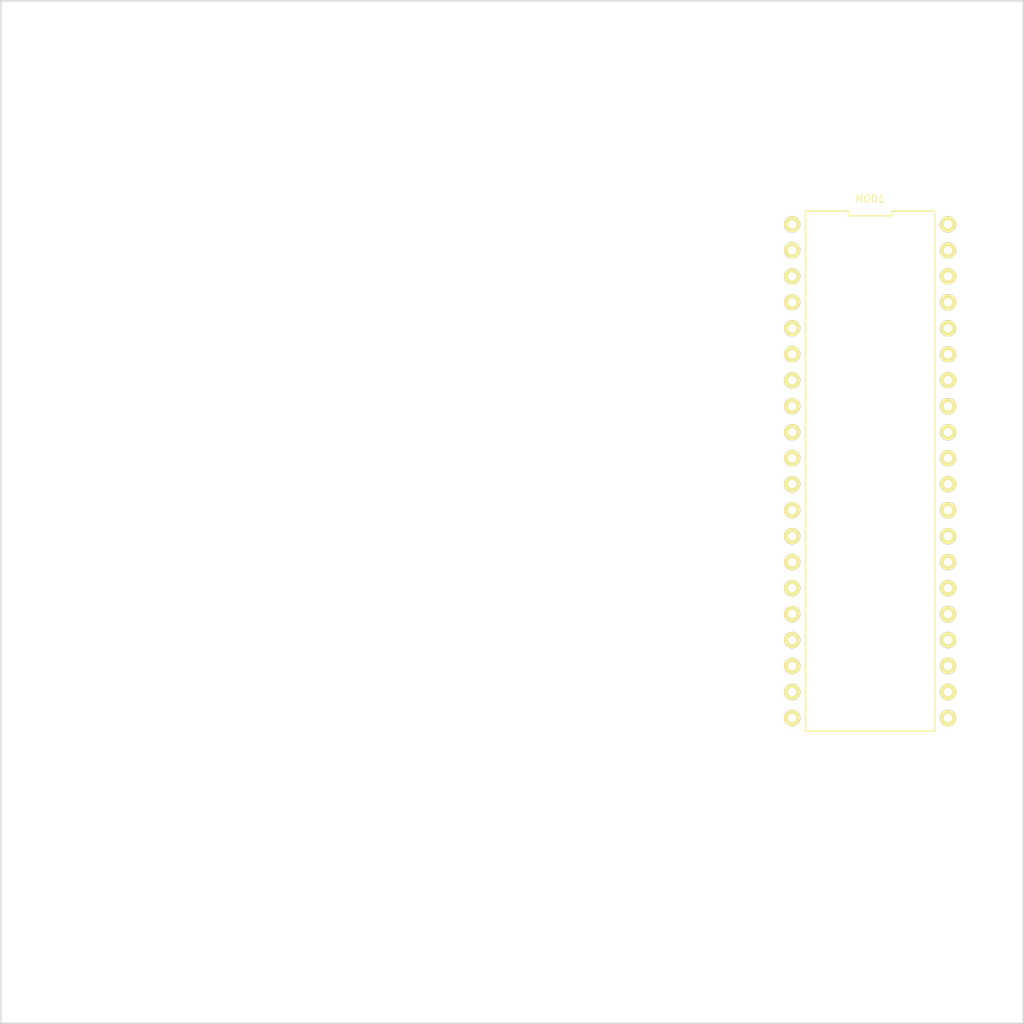
<source format=kicad_pcb>
(kicad_pcb (version 20221018) (generator pcbnew)
  (layers (0 "F.Cu" signal) (31 "B.Cu" signal) (34 "B.Paste" user) (35 "F.Paste" user) (36 "B.SilkS" user "B.Silkscreen") (37 "F.SilkS" user "F.Silkscreen") (38 "B.Mask" user) (39 "F.Mask" user) (44 "Edge.Cuts" user))
  (net 0 "")
  (net 1 "Net-(MOD1-Pad40)")
  (net 2 "Net-(MOD1-Pad1)")
  (net 3 "Net-(MOD1-Pad39)")
  (net 4 "Net-(MOD1-Pad2)")
  (net 5 "Net-(MOD1-Pad38)")
  (net 6 "Net-(MOD1-Pad3)")
  (net 7 "Net-(MOD1-Pad37)")
  (net 8 "Net-(MOD1-Pad4)")
  (net 9 "Net-(MOD1-Pad36)")
  (net 10 "Net-(MOD1-Pad5)")
  (net 11 "Net-(MOD1-Pad35)")
  (net 12 "Net-(MOD1-Pad6)")
  (net 13 "Net-(MOD1-Pad34)")
  (net 14 "Net-(MOD1-Pad7)")
  (net 15 "Net-(MOD1-Pad33)")
  (net 16 "Net-(MOD1-Pad8)")
  (net 17 "Net-(MOD1-Pad32)")
  (net 18 "Net-(MOD1-Pad9)")
  (net 19 "Net-(MOD1-Pad31)")
  (net 20 "Net-(MOD1-Pad10)")
  (net 21 "Net-(MOD1-Pad30)")
  (net 22 "Net-(MOD1-Pad11)")
  (net 23 "Net-(MOD1-Pad29)")
  (net 24 "Net-(MOD1-Pad12)")
  (net 25 "Net-(MOD1-Pad28)")
  (net 26 "Net-(MOD1-Pad13)")
  (net 27 "Net-(MOD1-Pad27)")
  (net 28 "Net-(MOD1-Pad14)")
  (net 29 "Net-(MOD1-Pad26)")
  (net 30 "Net-(MOD1-Pad15)")
  (net 31 "Net-(MOD1-Pad25)")
  (net 32 "Net-(MOD1-Pad16)")
  (net 33 "Net-(MOD1-Pad24)")
  (net 34 "Net-(MOD1-Pad17)")
  (net 35 "Net-(MOD1-Pad23)")
  (net 36 "Net-(MOD1-Pad18)")
  (net 37 "Net-(MOD1-Pad22)")
  (net 38 "Net-(MOD1-Pad19)")
  (net 39 "Net-(MOD1-Pad21)")
  (net 40 "Net-(MOD1-Pad20)")
  (footprint "Kicad:DIP40_600MIL" (layer "F.Cu") (at 147 97 -90)
    (fp_text reference "MOD1" (at -26.63 0) (layer "F.SilkS") (effects (font (size 0.7 0.7) (thickness 0.1))))
    (fp_text value "STM32F103C8T6" hide)
    (fp_line (start -25.43 -6.32) (end -25.43 -2.106666) (stroke (width 0.15)) (layer "F.SilkS"))
    (fp_line (start -25.43 -2.106666) (end -24.98 -2.106666) (stroke (width 0.15)) (layer "F.SilkS"))
    (fp_line (start -25.43 2.106666) (end -25.43 6.319999) (stroke (width 0.15)) (layer "F.SilkS"))
    (fp_line (start -25.43 6.319999) (end 25.43 6.32) (stroke (width 0.15)) (layer "F.SilkS"))
    (fp_line (start -24.98 -2.106666) (end -24.98 2.106666) (stroke (width 0.15)) (layer "F.SilkS"))
    (fp_line (start -24.98 2.106666) (end -25.43 2.106666) (stroke (width 0.15)) (layer "F.SilkS"))
    (fp_line (start 25.43 -6.319999) (end -25.43 -6.32) (stroke (width 0.15)) (layer "F.SilkS"))
    (fp_line (start 25.43 6.32) (end 25.43 -6.319999) (stroke (width 0.15)) (layer "F.SilkS"))
    (pad "1" thru_hole circle (at -24.13 7.62 270) (size 1.6 1.6) (drill 0.8) (layers "*.Cu" "*.Mask" "F.SilkS") (net 2 "Net-(MOD1-Pad1)"))
    (pad "2" thru_hole circle (at -21.59 7.62 270) (size 1.6 1.6) (drill 0.8) (layers "*.Cu" "*.Mask" "F.SilkS") (net 4 "Net-(MOD1-Pad2)"))
    (pad "3" thru_hole circle (at -19.05 7.62 270) (size 1.6 1.6) (drill 0.8) (layers "*.Cu" "*.Mask" "F.SilkS") (net 6 "Net-(MOD1-Pad3)"))
    (pad "4" thru_hole circle (at -16.51 7.62 270) (size 1.6 1.6) (drill 0.8) (layers "*.Cu" "*.Mask" "F.SilkS") (net 8 "Net-(MOD1-Pad4)"))
    (pad "5" thru_hole circle (at -13.97 7.62 270) (size 1.6 1.6) (drill 0.8) (layers "*.Cu" "*.Mask" "F.SilkS") (net 10 "Net-(MOD1-Pad5)"))
    (pad "6" thru_hole circle (at -11.43 7.62 270) (size 1.6 1.6) (drill 0.8) (layers "*.Cu" "*.Mask" "F.SilkS") (net 12 "Net-(MOD1-Pad6)"))
    (pad "7" thru_hole circle (at -8.89 7.62 270) (size 1.6 1.6) (drill 0.8) (layers "*.Cu" "*.Mask" "F.SilkS") (net 14 "Net-(MOD1-Pad7)"))
    (pad "8" thru_hole circle (at -6.35 7.62 270) (size 1.6 1.6) (drill 0.8) (layers "*.Cu" "*.Mask" "F.SilkS") (net 16 "Net-(MOD1-Pad8)"))
    (pad "9" thru_hole circle (at -3.81 7.62 270) (size 1.6 1.6) (drill 0.8) (layers "*.Cu" "*.Mask" "F.SilkS") (net 18 "Net-(MOD1-Pad9)"))
    (pad "10" thru_hole circle (at -1.27 7.62 270) (size 1.6 1.6) (drill 0.8) (layers "*.Cu" "*.Mask" "F.SilkS") (net 20 "Net-(MOD1-Pad10)"))
    (pad "11" thru_hole circle (at 1.27 7.62 270) (size 1.6 1.6) (drill 0.8) (layers "*.Cu" "*.Mask" "F.SilkS") (net 22 "Net-(MOD1-Pad11)"))
    (pad "12" thru_hole circle (at 3.81 7.62 270) (size 1.6 1.6) (drill 0.8) (layers "*.Cu" "*.Mask" "F.SilkS") (net 24 "Net-(MOD1-Pad12)"))
    (pad "13" thru_hole circle (at 6.35 7.62 270) (size 1.6 1.6) (drill 0.8) (layers "*.Cu" "*.Mask" "F.SilkS") (net 26 "Net-(MOD1-Pad13)"))
    (pad "14" thru_hole circle (at 8.89 7.62 270) (size 1.6 1.6) (drill 0.8) (layers "*.Cu" "*.Mask" "F.SilkS") (net 28 "Net-(MOD1-Pad14)"))
    (pad "15" thru_hole circle (at 11.43 7.62 270) (size 1.6 1.6) (drill 0.8) (layers "*.Cu" "*.Mask" "F.SilkS") (net 30 "Net-(MOD1-Pad15)"))
    (pad "16" thru_hole circle (at 13.97 7.62 270) (size 1.6 1.6) (drill 0.8) (layers "*.Cu" "*.Mask" "F.SilkS") (net 32 "Net-(MOD1-Pad16)"))
    (pad "17" thru_hole circle (at 16.51 7.62 270) (size 1.6 1.6) (drill 0.8) (layers "*.Cu" "*.Mask" "F.SilkS") (net 34 "Net-(MOD1-Pad17)"))
    (pad "18" thru_hole circle (at 19.05 7.62 270) (size 1.6 1.6) (drill 0.8) (layers "*.Cu" "*.Mask" "F.SilkS") (net 36 "Net-(MOD1-Pad18)"))
    (pad "19" thru_hole circle (at 21.59 7.62 270) (size 1.6 1.6) (drill 0.8) (layers "*.Cu" "*.Mask" "F.SilkS") (net 38 "Net-(MOD1-Pad19)"))
    (pad "20" thru_hole circle (at 24.13 7.62 270) (size 1.6 1.6) (drill 0.8) (layers "*.Cu" "*.Mask" "F.SilkS") (net 40 "Net-(MOD1-Pad20)"))
    (pad "21" thru_hole circle (at 24.13 -7.62 270) (size 1.6 1.6) (drill 0.8) (layers "*.Cu" "*.Mask" "F.SilkS") (net 39 "Net-(MOD1-Pad21)"))
    (pad "22" thru_hole circle (at 21.59 -7.62 270) (size 1.6 1.6) (drill 0.8) (layers "*.Cu" "*.Mask" "F.SilkS") (net 37 "Net-(MOD1-Pad22)"))
    (pad "23" thru_hole circle (at 19.05 -7.62 270) (size 1.6 1.6) (drill 0.8) (layers "*.Cu" "*.Mask" "F.SilkS") (net 35 "Net-(MOD1-Pad23)"))
    (pad "24" thru_hole circle (at 16.51 -7.62 270) (size 1.6 1.6) (drill 0.8) (layers "*.Cu" "*.Mask" "F.SilkS") (net 33 "Net-(MOD1-Pad24)"))
    (pad "25" thru_hole circle (at 13.97 -7.62 270) (size 1.6 1.6) (drill 0.8) (layers "*.Cu" "*.Mask" "F.SilkS") (net 31 "Net-(MOD1-Pad25)"))
    (pad "26" thru_hole circle (at 11.43 -7.62 270) (size 1.6 1.6) (drill 0.8) (layers "*.Cu" "*.Mask" "F.SilkS") (net 29 "Net-(MOD1-Pad26)"))
    (pad "27" thru_hole circle (at 8.89 -7.62 270) (size 1.6 1.6) (drill 0.8) (layers "*.Cu" "*.Mask" "F.SilkS") (net 27 "Net-(MOD1-Pad27)"))
    (pad "28" thru_hole circle (at 6.35 -7.62 270) (size 1.6 1.6) (drill 0.8) (layers "*.Cu" "*.Mask" "F.SilkS") (net 25 "Net-(MOD1-Pad28)"))
    (pad "29" thru_hole circle (at 3.81 -7.62 270) (size 1.6 1.6) (drill 0.8) (layers "*.Cu" "*.Mask" "F.SilkS") (net 23 "Net-(MOD1-Pad29)"))
    (pad "30" thru_hole circle (at 1.27 -7.62 270) (size 1.6 1.6) (drill 0.8) (layers "*.Cu" "*.Mask" "F.SilkS") (net 21 "Net-(MOD1-Pad30)"))
    (pad "31" thru_hole circle (at -1.27 -7.62 270) (size 1.6 1.6) (drill 0.8) (layers "*.Cu" "*.Mask" "F.SilkS") (net 19 "Net-(MOD1-Pad31)"))
    (pad "32" thru_hole circle (at -3.81 -7.62 270) (size 1.6 1.6) (drill 0.8) (layers "*.Cu" "*.Mask" "F.SilkS") (net 17 "Net-(MOD1-Pad32)"))
    (pad "33" thru_hole circle (at -6.35 -7.62 270) (size 1.6 1.6) (drill 0.8) (layers "*.Cu" "*.Mask" "F.SilkS") (net 15 "Net-(MOD1-Pad33)"))
    (pad "34" thru_hole circle (at -8.89 -7.62 270) (size 1.6 1.6) (drill 0.8) (layers "*.Cu" "*.Mask" "F.SilkS") (net 13 "Net-(MOD1-Pad34)"))
    (pad "35" thru_hole circle (at -11.43 -7.62 270) (size 1.6 1.6) (drill 0.8) (layers "*.Cu" "*.Mask" "F.SilkS") (net 11 "Net-(MOD1-Pad35)"))
    (pad "36" thru_hole circle (at -13.97 -7.62 270) (size 1.6 1.6) (drill 0.8) (layers "*.Cu" "*.Mask" "F.SilkS") (net 9 "Net-(MOD1-Pad36)"))
    (pad "37" thru_hole circle (at -16.51 -7.62 270) (size 1.6 1.6) (drill 0.8) (layers "*.Cu" "*.Mask" "F.SilkS") (net 7 "Net-(MOD1-Pad37)"))
    (pad "38" thru_hole circle (at -19.05 -7.62 270) (size 1.6 1.6) (drill 0.8) (layers "*.Cu" "*.Mask" "F.SilkS") (net 5 "Net-(MOD1-Pad38)"))
    (pad "39" thru_hole circle (at -21.59 -7.62 270) (size 1.6 1.6) (drill 0.8) (layers "*.Cu" "*.Mask" "F.SilkS") (net 3 "Net-(MOD1-Pad39)"))
    (pad "40" thru_hole circle (at -24.13 -7.62 270) (size 1.6 1.6) (drill 0.8) (layers "*.Cu" "*.Mask" "F.SilkS") (net 1 "Net-(MOD1-Pad40)"))
  )
  (gr_line (start 62 151) (end 162 151) (stroke (width 0.15)) (layer "Edge.Cuts"))
  (gr_line (start 62 51) (end 62 151) (stroke (width 0.15)) (layer "Edge.Cuts"))
  (gr_line (start 162 51) (end 62 51) (stroke (width 0.15)) (layer "Edge.Cuts"))
  (gr_line (start 162 151) (end 162 51) (stroke (width 0.15)) (layer "Edge.Cuts"))
)
</source>
